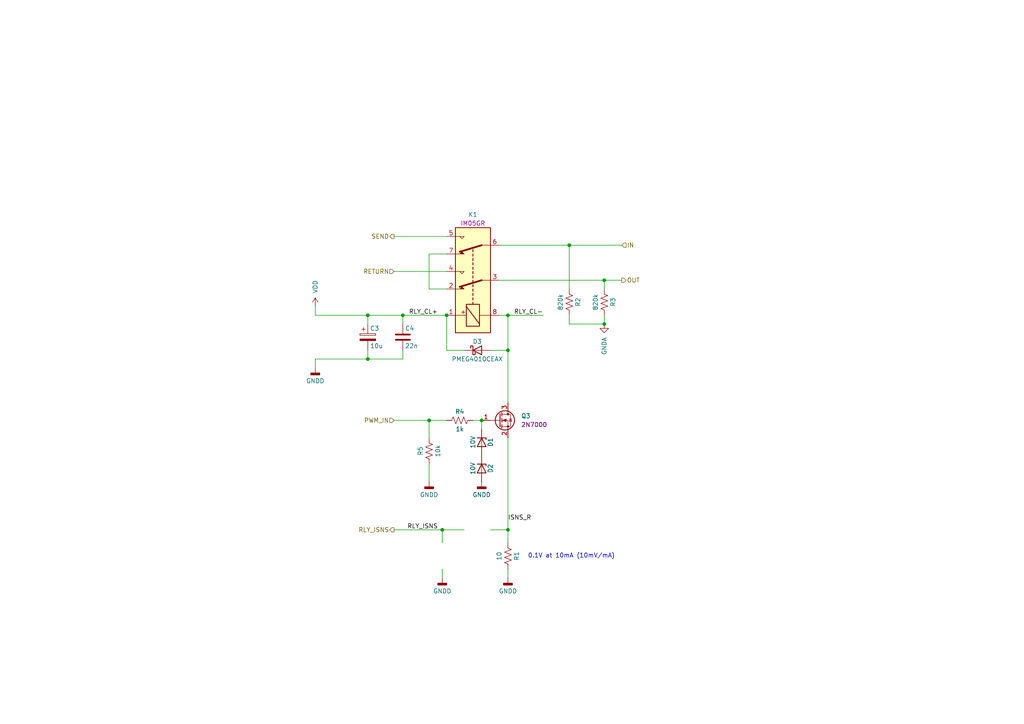
<source format=kicad_sch>
(kicad_sch (version 20250114) (generator "eeschema") (generator_version "9.0")
  (paper "A4")
  (lib_symbols
    (symbol "#gplm:dio/DIO-2001-0001" (pin_numbers (hide yes)) (pin_names (offset 1.016) (hide yes))
      (property "Reference" "D" (at 0 2.54 0))
      (property "Value" "PMEG4010CEAX" (at 0 -2.54 0))
      (symbol "dio/DIO-2001-0001_0_1"
        (polyline (pts (xy -1.905 0.635) (xy -1.905 1.27) (xy -1.27 1.27) (xy -1.27 -1.27) (xy -0.635 -1.27) (xy -0.635 -0.635)) (stroke (width 0.254)))
        (polyline (pts (xy 1.27 1.27) (xy 1.27 -1.27) (xy -1.27 0) (xy 1.27 1.27)) (stroke (width 0.254)))
        (polyline (pts (xy 1.27 0) (xy -1.27 0)))
      )
      (symbol "dio/DIO-2001-0001_1_1"
        (pin passive line (at -3.81 0 0) (length 2.54) (name "K") (number "1"))
        (pin passive line (at 3.81 0 180) (length 2.54) (name "A") (number "2"))
      )
    )
    (symbol "#gplm:fet/XTR-1003-0001" (pin_names (offset 0) (hide yes))
      (property "Reference" "Q" (at 5.08 1.905 0))
      (property "MPN" "DMN62D0U-7" (at 0 0 0))
      (symbol "fet/XTR-1003-0001_0_1"
        (polyline (pts (xy 0.254 1.905) (xy 0.254 -1.905)) (stroke (width 0.254)))
        (polyline (pts (xy 0.254 0) (xy -2.54 0)))
        (polyline (pts (xy 0.762 2.286) (xy 0.762 1.27)) (stroke (width 0.254)))
        (polyline (pts (xy 0.762 0.508) (xy 0.762 -0.508)) (stroke (width 0.254)))
        (polyline (pts (xy 0.762 -1.27) (xy 0.762 -2.286)) (stroke (width 0.254)))
        (polyline (pts (xy 0.762 -1.778) (xy 3.302 -1.778) (xy 3.302 1.778) (xy 0.762 1.778)))
        (polyline (pts (xy 1.016 0) (xy 2.032 0.381) (xy 2.032 -0.381) (xy 1.016 0)) (fill (type outline)))
        (circle (center 1.651 0) (radius 2.794) (stroke (width 0.254)))
        (polyline (pts (xy 2.54 2.54) (xy 2.54 1.778)))
        (circle (center 2.54 1.778) (radius 0.254) (fill (type outline)))
        (circle (center 2.54 -1.778) (radius 0.254) (fill (type outline)))
        (polyline (pts (xy 2.54 -2.54) (xy 2.54 0) (xy 0.762 0)))
        (polyline (pts (xy 2.921 0.381) (xy 3.683 0.381)))
        (polyline (pts (xy 3.302 0.381) (xy 2.921 -0.254) (xy 3.683 -0.254) (xy 3.302 0.381)))
      )
      (symbol "fet/XTR-1003-0001_1_1"
        (pin input line (at -5.08 0 0) (length 2.54) (name "G") (number "1"))
        (pin passive line (at 2.54 5.08 270) (length 2.54) (name "D") (number "3"))
        (pin passive line (at 2.54 -5.08 90) (length 2.54) (name "S") (number "2"))
      )
    )
    (symbol "#gplm:rly/RLY-0004-0103"
      (property "Reference" "K" (at 16.51 3.81 0))
      (property "MPN" "UD2-3NU" (at 0 0 0))
      (symbol "rly/RLY-0004-0103_0_0"
        (text "+" (at -9.271 2.921 0) (effects (font (size 1.27 1.27))))
      )
      (symbol "rly/RLY-0004-0103_0_1"
        (rectangle (start -15.24 5.08) (end 15.24 -5.08) (stroke (width 0.254)) (fill (type background)))
        (rectangle (start -13.335 1.905) (end -6.985 -1.905) (stroke (width 0.254)))
        (polyline (pts (xy -12.7 -1.905) (xy -7.62 1.905)) (stroke (width 0.254)))
        (polyline (pts (xy -10.16 5.08) (xy -10.16 1.905)))
        (polyline (pts (xy -10.16 -5.08) (xy -10.16 -1.905)))
        (polyline (pts (xy -6.985 0) (xy -6.35 0)) (stroke (width 0.254)))
        (polyline (pts (xy -5.715 0) (xy -5.08 0)) (stroke (width 0.254)))
        (polyline (pts (xy -4.445 0) (xy -3.81 0)) (stroke (width 0.254)))
        (polyline (pts (xy -3.175 0) (xy -2.54 0)) (stroke (width 0.254)))
        (polyline (pts (xy -2.54 5.08) (xy -2.54 2.54) (xy -1.905 3.175) (xy -2.54 3.81)) (fill (type outline)))
        (polyline (pts (xy -1.905 0) (xy -1.27 0)) (stroke (width 0.254)))
        (polyline (pts (xy -0.635 0) (xy 0 0)) (stroke (width 0.254)))
        (polyline (pts (xy 0 -2.54) (xy -1.905 3.81)) (stroke (width 0.508)))
        (polyline (pts (xy 0 -2.54) (xy 0 -5.08)))
        (polyline (pts (xy 0.635 0) (xy 1.27 0)) (stroke (width 0.254)))
        (polyline (pts (xy 1.905 0) (xy 2.54 0)) (stroke (width 0.254)))
        (polyline (pts (xy 2.54 5.08) (xy 2.54 2.54) (xy 1.905 3.175) (xy 2.54 3.81)))
        (polyline (pts (xy 3.175 0) (xy 3.81 0)) (stroke (width 0.254)))
        (polyline (pts (xy 4.445 0) (xy 5.08 0)) (stroke (width 0.254)))
        (polyline (pts (xy 5.715 0) (xy 6.35 0)) (stroke (width 0.254)))
        (polyline (pts (xy 6.985 0) (xy 7.62 0)) (stroke (width 0.254)))
        (polyline (pts (xy 7.62 5.08) (xy 7.62 2.54) (xy 8.255 3.175) (xy 7.62 3.81)) (fill (type outline)))
        (polyline (pts (xy 8.255 0) (xy 8.89 0)) (stroke (width 0.254)))
        (polyline (pts (xy 10.16 -2.54) (xy 8.255 3.81)) (stroke (width 0.508)))
        (polyline (pts (xy 10.16 -2.54) (xy 10.16 -5.08)))
        (polyline (pts (xy 12.7 5.08) (xy 12.7 2.54) (xy 12.065 3.175) (xy 12.7 3.81)))
      )
      (symbol "rly/RLY-0004-0103_1_1"
        (pin passive line (at -10.16 7.62 270) (length 2.54) (name "~") (number "1"))
        (pin passive line (at -10.16 -7.62 90) (length 2.54) (name "~") (number "8"))
        (pin passive line (at -2.54 7.62 270) (length 2.54) (name "~") (number "2"))
        (pin passive line (at 0 -7.62 90) (length 2.54) (name "~") (number "3"))
        (pin passive line (at 2.54 7.62 270) (length 2.54) (name "~") (number "4"))
        (pin passive line (at 7.62 7.62 270) (length 2.54) (name "~") (number "7"))
        (pin passive line (at 10.16 -7.62 90) (length 2.54) (name "~") (number "6"))
        (pin passive line (at 12.7 7.62 270) (length 2.54) (name "~") (number "5"))
      )
    )
    (symbol "Device:C" (pin_numbers (hide yes)) (pin_names (offset 0.254))
      (property "Reference" "C" (at 0.635 2.54 0))
      (property "Value" "C" (at 0.635 -2.54 0))
      (symbol "C_0_1"
        (polyline (pts (xy -2.032 0.762) (xy 2.032 0.762)) (stroke (width 0.508)))
        (polyline (pts (xy -2.032 -0.762) (xy 2.032 -0.762)) (stroke (width 0.508)))
      )
      (symbol "C_1_1"
        (pin passive line (at 0 3.81 270) (length 2.794) (name "~") (number "1"))
        (pin passive line (at 0 -3.81 90) (length 2.794) (name "~") (number "2"))
      )
    )
    (symbol "Device:C_Polarized" (pin_numbers (hide yes)) (pin_names (offset 0.254))
      (property "Reference" "C" (at 0.635 2.54 0))
      (property "Value" "C_Polarized" (at 0.635 -2.54 0))
      (symbol "C_Polarized_0_1"
        (rectangle (start -2.286 0.508) (end 2.286 1.016))
        (polyline (pts (xy -1.778 2.286) (xy -0.762 2.286)))
        (polyline (pts (xy -1.27 2.794) (xy -1.27 1.778)))
        (rectangle (start 2.286 -0.508) (end -2.286 -1.016) (fill (type outline)))
      )
      (symbol "C_Polarized_1_1"
        (pin passive line (at 0 3.81 270) (length 2.794) (name "~") (number "1"))
        (pin passive line (at 0 -3.81 90) (length 2.794) (name "~") (number "2"))
      )
    )
    (symbol "Device:D_Zener" (pin_numbers (hide yes)) (pin_names (offset 1.016) (hide yes))
      (property "Reference" "D" (at 0 2.54 0))
      (property "Value" "D_Zener" (at 0 -2.54 0))
      (symbol "D_Zener_0_1"
        (polyline (pts (xy -1.27 -1.27) (xy -1.27 1.27) (xy -0.762 1.27)) (stroke (width 0.254)))
        (polyline (pts (xy 1.27 0) (xy -1.27 0)))
        (polyline (pts (xy 1.27 -1.27) (xy 1.27 1.27) (xy -1.27 0) (xy 1.27 -1.27)) (stroke (width 0.254)))
      )
      (symbol "D_Zener_1_1"
        (pin passive line (at -3.81 0 0) (length 2.54) (name "K") (number "1"))
        (pin passive line (at 3.81 0 180) (length 2.54) (name "A") (number "2"))
      )
    )
    (symbol "Device:R_US" (pin_numbers (hide yes)) (pin_names (offset 0))
      (property "Reference" "R" (at 2.54 0 90))
      (property "Value" "R_US" (at -2.54 0 90))
      (symbol "R_US_0_1"
        (polyline (pts (xy 0 2.286) (xy 0 2.54)))
        (polyline (pts (xy 0 2.286) (xy 1.016 1.905) (xy 0 1.524) (xy -1.016 1.143) (xy 0 0.762)))
        (polyline (pts (xy 0 0.762) (xy 1.016 0.381) (xy 0 0) (xy -1.016 -0.381) (xy 0 -0.762)))
        (polyline (pts (xy 0 -0.762) (xy 1.016 -1.143) (xy 0 -1.524) (xy -1.016 -1.905) (xy 0 -2.286)))
        (polyline (pts (xy 0 -2.286) (xy 0 -2.54)))
      )
      (symbol "R_US_1_1"
        (pin passive line (at 0 3.81 270) (length 1.27) (name "~") (number "1"))
        (pin passive line (at 0 -3.81 90) (length 1.27) (name "~") (number "2"))
      )
    )
    (symbol "power:+9V" (power) (pin_numbers (hide yes)) (pin_names (offset 0) (hide yes))
      (property "Value" "+9V" (at 0 3.556 0))
      (symbol "+9V_0_1"
        (polyline (pts (xy -0.762 1.27) (xy 0 2.54)))
        (polyline (pts (xy 0 2.54) (xy 0.762 1.27)))
        (polyline (pts (xy 0 0) (xy 0 2.54)))
      )
      (symbol "+9V_1_1"
        (pin power_in line (at 0 0 90) (length 0) (name "~") (number "1"))
      )
    )
    (symbol "power:GNDA" (power) (pin_numbers (hide yes)) (pin_names (offset 0) (hide yes))
      (property "Value" "GNDA" (at 0 -3.81 0))
      (symbol "GNDA_0_1"
        (polyline (pts (xy 0 0) (xy 0 -1.27) (xy 1.27 -1.27) (xy 0 -2.54) (xy -1.27 -1.27) (xy 0 -1.27)))
      )
      (symbol "GNDA_1_1"
        (pin power_in line (at 0 0 270) (length 0) (name "~") (number "1"))
      )
    )
    (symbol "power:GNDD" (power) (pin_numbers (hide yes)) (pin_names (offset 0) (hide yes))
      (property "Value" "GNDD" (at 0 -3.175 0))
      (symbol "GNDD_0_1"
        (rectangle (start -1.27 -1.524) (end 1.27 -2.032) (stroke (width 0.254)) (fill (type outline)))
        (polyline (pts (xy 0 0) (xy 0 -1.524)))
      )
      (symbol "GNDD_1_1"
        (pin power_in line (at 0 0 270) (length 0) (name "~") (number "1"))
      )
    )
  )
  (text "0.1V at 10mA (10mV/mA)" (at 165.735 161.29 0) (effects (font (size 1.27 1.27))))
  (junction (at 106.68 104.14))
  (junction (at 147.32 101.6))
  (junction (at 147.32 153.67))
  (junction (at 106.68 91.44))
  (junction (at 175.26 93.98))
  (junction (at 147.32 91.44))
  (junction (at 124.46 121.92))
  (junction (at 128.27 153.67))
  (junction (at 116.84 91.44))
  (junction (at 175.26 81.28))
  (junction (at 129.54 91.44))
  (junction (at 165.1 71.12))
  (junction (at 139.7 121.92))
  (wire (pts (xy 128.27 153.67) (xy 134.62 153.67)))
  (wire (pts (xy 137.16 121.92) (xy 139.7 121.92)))
  (wire (pts (xy 129.54 68.58) (xy 114.3 68.58)))
  (wire (pts (xy 165.1 71.12) (xy 180.34 71.12)))
  (wire (pts (xy 116.84 91.44) (xy 116.84 93.98)))
  (wire (pts (xy 142.24 153.67) (xy 147.32 153.67)))
  (wire (pts (xy 147.32 91.44) (xy 144.78 91.44)))
  (wire (pts (xy 175.26 91.44) (xy 175.26 93.98)))
  (wire (pts (xy 114.3 121.92) (xy 124.46 121.92)))
  (wire (pts (xy 139.7 121.92) (xy 139.7 124.46)))
  (wire (pts (xy 144.78 81.28) (xy 175.26 81.28)))
  (wire (pts (xy 175.26 81.28) (xy 180.34 81.28)))
  (wire (pts (xy 147.32 153.67) (xy 147.32 157.48)))
  (wire (pts (xy 147.32 165.1) (xy 147.32 167.64)))
  (wire (pts (xy 124.46 134.62) (xy 124.46 139.7)))
  (wire (pts (xy 147.32 101.6) (xy 147.32 91.44)))
  (wire (pts (xy 124.46 121.92) (xy 124.46 127)))
  (wire (pts (xy 91.44 104.14) (xy 91.44 106.68)))
  (wire (pts (xy 165.1 71.12) (xy 165.1 83.82)))
  (wire (pts (xy 116.84 91.44) (xy 129.54 91.44)))
  (wire (pts (xy 124.46 83.82) (xy 129.54 83.82)))
  (wire (pts (xy 124.46 73.66) (xy 124.46 83.82)))
  (wire (pts (xy 128.27 157.48) (xy 128.27 153.67)))
  (wire (pts (xy 116.84 104.14) (xy 116.84 101.6)))
  (wire (pts (xy 114.3 78.74) (xy 129.54 78.74)))
  (wire (pts (xy 147.32 101.6) (xy 147.32 116.84)))
  (wire (pts (xy 165.1 93.98) (xy 175.26 93.98)))
  (wire (pts (xy 106.68 91.44) (xy 116.84 91.44)))
  (wire (pts (xy 147.32 127) (xy 147.32 153.67)))
  (wire (pts (xy 106.68 101.6) (xy 106.68 104.14)))
  (wire (pts (xy 128.27 165.1) (xy 128.27 167.64)))
  (wire (pts (xy 165.1 91.44) (xy 165.1 93.98)))
  (wire (pts (xy 147.32 91.44) (xy 157.48 91.44)))
  (wire (pts (xy 106.68 91.44) (xy 106.68 93.98)))
  (wire (pts (xy 91.44 91.44) (xy 106.68 91.44)))
  (wire (pts (xy 106.68 104.14) (xy 116.84 104.14)))
  (wire (pts (xy 142.24 101.6) (xy 147.32 101.6)))
  (wire (pts (xy 91.44 88.9) (xy 91.44 91.44)))
  (wire (pts (xy 144.78 71.12) (xy 165.1 71.12)))
  (wire (pts (xy 134.62 101.6) (xy 129.54 101.6)))
  (wire (pts (xy 114.3 153.67) (xy 128.27 153.67)))
  (wire (pts (xy 129.54 101.6) (xy 129.54 91.44)))
  (wire (pts (xy 129.54 73.66) (xy 124.46 73.66)))
  (wire (pts (xy 175.26 81.28) (xy 175.26 83.82)))
  (wire (pts (xy 91.44 104.14) (xy 106.68 104.14)))
  (wire (pts (xy 124.46 121.92) (xy 129.54 121.92)))
  (label "ISNS_R" (at 147.32 151.13 0))
  (label "RLY_ISNS" (at 118.11 153.67 0))
  (label "RLY_CL+" (at 127 91.44 180))
  (label "RLY_CL-" (at 157.48 91.44 180))
  (hierarchical_label "OUT" (shape output) (at 180.34 81.28 0))
  (hierarchical_label "SEND" (shape output) (at 114.3 68.58 180))
  (hierarchical_label "PWM_IN" (shape input) (at 114.3 121.92 180))
  (hierarchical_label "RETURN" (shape input) (at 114.3 78.74 180))
  (hierarchical_label "RLY_ISNS" (shape output) (at 114.3 153.67 180))
  (hierarchical_label "IN" (shape input) (at 180.34 71.12 0))
  (symbol (lib_id "power:+9V") (at 91.44 88.9 0) (unit 1)
    (property "Reference" "#PWR028" (effects (hide yes)))
    (property "Value" "VDD" (at 91.4401 85.09 90) (effects (justify left)))
    (property "Description" "Power symbol creates a global label with name \"+9V\"" (effects (hide yes)))
  )
  (symbol (lib_id "power:GNDD") (at 91.44 106.68 0) (unit 1)
    (property "Reference" "#PWR030" (effects (hide yes)))
    (property "Value" "GNDD" (at 91.44 110.49 0))
    (property "Description" "Power symbol creates a global label with name \"GNDD\" , digital ground" (effects (hide yes)))
  )
  (symbol (lib_id "Device:R_US") (at 124.46 130.81 180) (unit 1)
    (property "Reference" "R5" (at 121.92 130.81 90))
    (property "Value" "10k" (at 127 130.81 90))
    (property "Description" "Resistor, US symbol" (effects (hide yes)))
  )
  (symbol (lib_id "power:GNDD") (at 147.32 167.64 0) (unit 1)
    (property "Reference" "#PWR033" (effects (hide yes)))
    (property "Value" "GNDD" (at 147.32 171.45 0))
    (property "Description" "Power symbol creates a global label with name \"GNDD\" , digital ground" (effects (hide yes)))
  )
  (symbol (lib_id "#gplm:fet/XTR-1003-0001") (at 144.78 121.92 0) (unit 1)
    (property "Reference" "Q3" (at 151.13 120.6499 0) (effects (justify left)))
    (property "Value" "DMN62D0U-7" (effects (hide yes)))
    (property "Footprint" "Package_TO_SOT_SMD:SOT-23" (effects (hide yes)))
    (property "Datasheet" "https://www.diodes.com/assets/Datasheets/DMN62D0U.pdf" (effects (hide yes)))
    (property "Description" "MOSFET N-CH 60V/±20V 0.38A 2Ω 1.0Vth 0.5nC 32pF SOT-23" (effects (hide yes)))
    (property "IPN" "XTR-1003-0001" (effects (hide yes)))
    (property "Manufacturer" "Diodes" (effects (hide yes)))
    (property "MPN" "2N7000" (at 151.13 123.1899 0) (effects (justify left)))
  )
  (symbol (lib_id "Device:R_US") (at 133.35 121.92 90) (unit 1)
    (property "Reference" "R4" (at 133.35 119.38 90))
    (property "Value" "1k" (at 133.35 124.46 90))
    (property "Description" "Resistor, US symbol" (effects (hide yes)))
  )
  (symbol (lib_id "#gplm:dio/DIO-2001-0001") (at 138.43 101.6 0) (unit 1)
    (property "Reference" "D3" (at 138.43 99.06 0))
    (property "Value" "PMEG4010CEAX" (at 138.43 104.14 0))
    (property "Footprint" "Diode_SMD:D_SOD-323" (effects (hide yes)))
    (property "Datasheet" "https://assets.nexperia.com/documents/data-sheet/PMEG4010CEA.pdf" (effects (hide yes)))
    (property "Description" "DIODE SCHOTTKY 40V 1A SOD323" (effects (hide yes)))
    (property "IPN" "DIO-2001-0001" (effects (hide yes)))
    (property "Manufacturer" "Nexperia" (effects (hide yes)))
    (property "MPN" "PMEG4010CEAX" (effects (hide yes)))
    (property "Current" "1A" (effects (hide yes)))
    (property "Voltage" "840 mV @ 1 A" (effects (hide yes)))
  )
  (symbol (lib_id "Device:R_US") (at 165.1 87.63 0) (unit 1)
    (property "Reference" "R2" (at 167.64 87.63 90))
    (property "Value" "820k" (at 162.56 87.63 90))
    (property "Description" "Resistor, US symbol" (effects (hide yes)))
  )
  (symbol (lib_id "#gplm:rly/RLY-0004-0103") (at 137.16 81.28 90) (unit 1)
    (property "Reference" "K1" (at 137.16 62.23 90))
    (property "Value" "IM05JR" (effects (hide yes)))
    (property "Footprint" "g-rly:UD23NU" (effects (hide yes)))
    (property "Description" "Relay DPDT 3.3V Non-Latch Gullwing" (effects (hide yes)))
    (property "IPN" "RLY-0004-0103" (effects (hide yes)))
    (property "Manufacturer" "Kemet" (effects (hide yes)))
    (property "MPN" "IM05GR" (at 137.16 64.77 90))
    (property "Max Height" "5.45mm" (effects (hide yes)))
    (property "Form" "2 Form C (DPDT)" (effects (hide yes)))
    (property "Coil Resistance" "64.3" (effects (hide yes)))
  )
  (symbol (lib_id "power:GNDD") (at 124.46 139.7 0) (unit 1)
    (property "Reference" "#PWR02" (effects (hide yes)))
    (property "Value" "GNDD" (at 124.46 143.51 0))
    (property "Description" "Power symbol creates a global label with name \"GNDD\" , digital ground" (effects (hide yes)))
  )
  (symbol (lib_id "Device:R_US") (at 175.26 87.63 0) (unit 1)
    (property "Reference" "R3" (at 177.8 87.63 90))
    (property "Value" "820k" (at 172.72 87.63 90))
    (property "Description" "Resistor, US symbol" (effects (hide yes)))
  )
  (symbol (lib_id "Device:R_US") (at 147.32 161.29 0) (unit 1)
    (property "Reference" "R1" (at 149.86 161.29 90))
    (property "Value" "10" (at 144.78 161.29 90))
    (property "Description" "Resistor, US symbol" (effects (hide yes)))
  )
  (symbol (lib_id "power:GNDD") (at 128.27 167.64 0) (unit 1)
    (property "Reference" "#PWR032" (effects (hide yes)))
    (property "Value" "GNDD" (at 128.27 171.45 0))
    (property "Description" "Power symbol creates a global label with name \"GNDD\" , digital ground" (effects (hide yes)))
  )
  (symbol (lib_id "Device:C") (at 116.84 97.79 0) (unit 1)
    (property "Reference" "C4" (at 117.475 95.25 0) (effects (justify left)))
    (property "Value" "22n" (at 117.475 100.33 0) (effects (justify left)))
    (property "Description" "Unpolarized capacitor" (effects (hide yes)))
  )
  (symbol (lib_id "Device:C_Polarized") (at 106.68 97.79 0) (unit 1)
    (property "Reference" "C3" (at 107.315 95.25 0) (effects (justify left)))
    (property "Value" "10u" (at 107.315 100.33 0) (effects (justify left)))
    (property "Description" "Polarized capacitor" (effects (hide yes)))
  )
  (symbol (lib_id "Device:D_Zener") (at 139.7 135.89 270) (unit 1)
    (property "Reference" "D2" (at 142.24 135.89 0))
    (property "Value" "10V" (at 137.16 135.89 0))
    (property "Description" "Zener diode" (effects (hide yes)))
  )
  (symbol (lib_id "power:GNDA") (at 175.26 93.98 0) (mirror y) (unit 1)
    (property "Reference" "#PWR031" (effects (hide yes)))
    (property "Value" "GNDA" (at 175.2599 97.79 90) (effects (justify right)))
    (property "Description" "Power symbol creates a global label with name \"GNDA\" , analog ground" (effects (hide yes)))
  )
  (symbol (lib_id "power:GNDD") (at 139.7 139.7 0) (unit 1)
    (property "Reference" "#PWR01" (effects (hide yes)))
    (property "Value" "GNDD" (at 139.7 143.51 0))
    (property "Description" "Power symbol creates a global label with name \"GNDD\" , digital ground" (effects (hide yes)))
  )
  (symbol (lib_id "Device:D_Zener") (at 139.7 128.27 270) (unit 1)
    (property "Reference" "D1" (at 142.24 128.27 0))
    (property "Value" "10V" (at 137.16 128.27 0))
    (property "Description" "Zener diode" (effects (hide yes)))
  )
)
</source>
